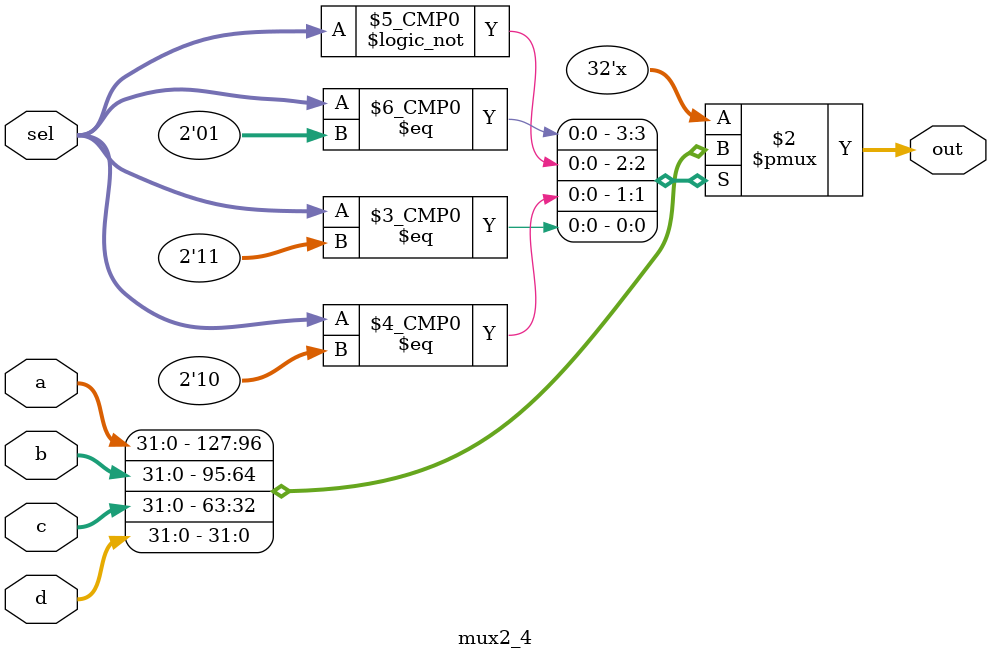
<source format=v>
module mux2_4 (a,b,c,d,sel,out);
    input wire [31:0] a,b,c,d;
    input wire [1:0] sel;

    output reg [31:0] out;

    always @ (*) begin
        case (sel)
            2'b01 : out = a;
            2'b00 : out = b;
            2'b10 : out = c;
            2'b11 : out = d;
        endcase
    end
endmodule
</source>
